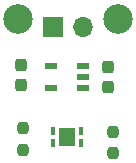
<source format=gbr>
%TF.GenerationSoftware,KiCad,Pcbnew,8.0.1*%
%TF.CreationDate,2025-01-22T18:04:17-07:00*%
%TF.ProjectId,AlcoholSensor,416c636f-686f-46c5-9365-6e736f722e6b,rev?*%
%TF.SameCoordinates,Original*%
%TF.FileFunction,Soldermask,Bot*%
%TF.FilePolarity,Negative*%
%FSLAX46Y46*%
G04 Gerber Fmt 4.6, Leading zero omitted, Abs format (unit mm)*
G04 Created by KiCad (PCBNEW 8.0.1) date 2025-01-22 18:04:17*
%MOMM*%
%LPD*%
G01*
G04 APERTURE LIST*
G04 Aperture macros list*
%AMRoundRect*
0 Rectangle with rounded corners*
0 $1 Rounding radius*
0 $2 $3 $4 $5 $6 $7 $8 $9 X,Y pos of 4 corners*
0 Add a 4 corners polygon primitive as box body*
4,1,4,$2,$3,$4,$5,$6,$7,$8,$9,$2,$3,0*
0 Add four circle primitives for the rounded corners*
1,1,$1+$1,$2,$3*
1,1,$1+$1,$4,$5*
1,1,$1+$1,$6,$7*
1,1,$1+$1,$8,$9*
0 Add four rect primitives between the rounded corners*
20,1,$1+$1,$2,$3,$4,$5,0*
20,1,$1+$1,$4,$5,$6,$7,0*
20,1,$1+$1,$6,$7,$8,$9,0*
20,1,$1+$1,$8,$9,$2,$3,0*%
G04 Aperture macros list end*
%ADD10R,1.003300X0.508000*%
%ADD11R,0.450000X0.800000*%
%ADD12RoundRect,0.050000X-0.650000X-0.750000X0.650000X-0.750000X0.650000X0.750000X-0.650000X0.750000X0*%
%ADD13C,2.500000*%
%ADD14R,1.700000X1.700000*%
%ADD15O,1.700000X1.700000*%
%ADD16RoundRect,0.237500X-0.237500X0.300000X-0.237500X-0.300000X0.237500X-0.300000X0.237500X0.300000X0*%
%ADD17RoundRect,0.237500X-0.237500X0.250000X-0.237500X-0.250000X0.237500X-0.250000X0.237500X0.250000X0*%
G04 APERTURE END LIST*
D10*
%TO.C,U3*%
X181975100Y-79989998D03*
X181975100Y-80939999D03*
X181975100Y-81890000D03*
X179270000Y-81890000D03*
X179270000Y-79989998D03*
%TD*%
D11*
%TO.C,U1*%
X179420000Y-86550000D03*
X179420000Y-85470000D03*
X181840000Y-85470000D03*
X181840000Y-86550000D03*
D12*
X180630000Y-86010000D03*
%TD*%
D13*
%TO.C,H2*%
X185000000Y-76000000D03*
%TD*%
%TO.C,H1*%
X176500000Y-76000000D03*
%TD*%
D14*
%TO.C,J1*%
X179500000Y-76690000D03*
D15*
X182040000Y-76690000D03*
%TD*%
D16*
%TO.C,C2*%
X176780000Y-79920000D03*
X176780000Y-81645000D03*
%TD*%
D17*
%TO.C,R1*%
X176900000Y-85280000D03*
X176900000Y-87105000D03*
%TD*%
%TO.C,R3*%
X184520000Y-85570000D03*
X184520000Y-87395000D03*
%TD*%
D16*
%TO.C,C1*%
X184080000Y-80060000D03*
X184080000Y-81785000D03*
%TD*%
M02*

</source>
